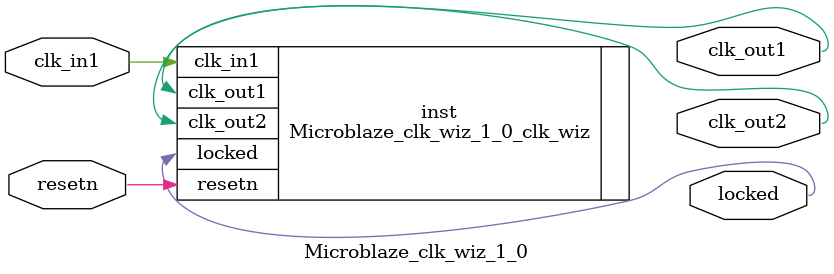
<source format=v>


`timescale 1ps/1ps

(* CORE_GENERATION_INFO = "Microblaze_clk_wiz_1_0,clk_wiz_v5_4_1_0,{component_name=Microblaze_clk_wiz_1_0,use_phase_alignment=true,use_min_o_jitter=false,use_max_i_jitter=false,use_dyn_phase_shift=false,use_inclk_switchover=false,use_dyn_reconfig=false,enable_axi=0,feedback_source=FDBK_AUTO,PRIMITIVE=MMCM,num_out_clk=2,clkin1_period=10.000,clkin2_period=10.000,use_power_down=false,use_reset=true,use_locked=true,use_inclk_stopped=false,feedback_type=SINGLE,CLOCK_MGR_TYPE=NA,manual_override=false}" *)

module Microblaze_clk_wiz_1_0 
 (
  // Clock out ports
  output        clk_out1,
  output        clk_out2,
  // Status and control signals
  input         resetn,
  output        locked,
 // Clock in ports
  input         clk_in1
 );

  Microblaze_clk_wiz_1_0_clk_wiz inst
  (
  // Clock out ports  
  .clk_out1(clk_out1),
  .clk_out2(clk_out2),
  // Status and control signals               
  .resetn(resetn), 
  .locked(locked),
 // Clock in ports
  .clk_in1(clk_in1)
  );

endmodule

</source>
